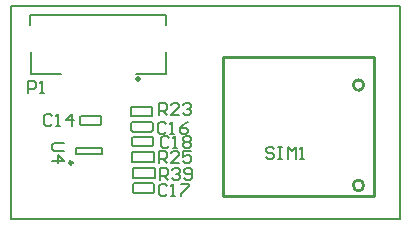
<source format=gto>
%FSLAX25Y25*%
%MOIN*%
G70*
G01*
G75*
%ADD10R,0.07087X0.07874*%
%ADD11R,0.03150X0.05906*%
%ADD12R,0.01575X0.03347*%
%ADD13R,0.04843X0.02559*%
%ADD14R,0.08268X0.02756*%
%ADD15R,0.02362X0.02362*%
%ADD16C,0.01000*%
%ADD17C,0.00500*%
%ADD18C,0.02000*%
%ADD19C,0.01969*%
%ADD20C,0.00800*%
D16*
X20683Y-52100D02*
G03*
X20683Y-52100I-583J0D01*
G01*
X70900Y-63100D02*
Y-17000D01*
X121000D01*
Y-63100D02*
Y-17000D01*
X70900Y-63100D02*
X121000D01*
X117753Y-26245D02*
G03*
X117753Y-26245I-1772J0D01*
G01*
Y-59710D02*
G03*
X117753Y-59710I-1772J0D01*
G01*
D17*
X6500Y-6341D02*
Y-2915D01*
X51895Y-6341D02*
Y-2915D01*
Y-22600D02*
Y-15141D01*
X6500Y-2915D02*
X51895D01*
X41659Y-22600D02*
X51895D01*
X6900Y-22659D02*
X16735D01*
X6900D02*
Y-15200D01*
X29818Y-39675D02*
Y-39675D01*
X23125Y-39281D02*
Y-36919D01*
X23519Y-39675D02*
X29818D01*
X30212Y-39281D02*
Y-36919D01*
X23519Y-36525D02*
X29818D01*
X23125Y-36919D02*
Y-36919D01*
X23519Y-36525D01*
X23125Y-39281D02*
X23125D01*
X23519Y-39675D01*
X30212Y-36919D02*
X30212D01*
X29818Y-36525D02*
X30212Y-36919D01*
Y-39281D02*
X30212D01*
X29818Y-39675D02*
X30212Y-39281D01*
X40682Y-38625D02*
Y-38625D01*
X47375Y-41381D02*
Y-39019D01*
X40682Y-38625D02*
X46981D01*
X40288Y-41381D02*
Y-39019D01*
X40682Y-41775D02*
X46981D01*
X47375Y-41381D02*
Y-41381D01*
X46981Y-41775D02*
X47375Y-41381D01*
X47375Y-39019D02*
X47375D01*
X46981Y-38625D02*
X47375Y-39019D01*
X40288Y-41381D02*
X40288D01*
X40682Y-41775D01*
X40288Y-39019D02*
X40288D01*
X40682Y-38625D01*
X41282Y-59025D02*
Y-59025D01*
X47975Y-61781D02*
Y-59419D01*
X41282Y-59025D02*
X47581D01*
X40888Y-61781D02*
Y-59419D01*
X41282Y-62175D02*
X47581D01*
X47975Y-61781D02*
Y-61781D01*
X47581Y-62175D02*
X47975Y-61781D01*
X47975Y-59419D02*
X47975D01*
X47581Y-59025D02*
X47975Y-59419D01*
X40888Y-61781D02*
X40888D01*
X41282Y-62175D01*
X40888Y-59419D02*
X40888D01*
X41282Y-59025D01*
X40782Y-43425D02*
Y-43425D01*
X47475Y-46181D02*
Y-43819D01*
X40782Y-43425D02*
X47081D01*
X40388Y-46181D02*
Y-43819D01*
X40782Y-46575D02*
X47081D01*
X47475Y-46181D02*
Y-46181D01*
X47081Y-46575D02*
X47475Y-46181D01*
X47475Y-43819D02*
X47475D01*
X47081Y-43425D02*
X47475Y-43819D01*
X40388Y-46181D02*
X40388D01*
X40782Y-46575D01*
X40388Y-43819D02*
X40388D01*
X40782Y-43425D01*
X47212Y-36675D02*
Y-33525D01*
X40125Y-36675D02*
Y-33525D01*
X47212D01*
X40125Y-36675D02*
X47212D01*
X47712Y-51775D02*
Y-48625D01*
X40625Y-51775D02*
Y-48625D01*
X47712D01*
X40625Y-51775D02*
X47712D01*
X48012Y-57175D02*
Y-54025D01*
X40925Y-57175D02*
Y-54025D01*
X48012D01*
X40925Y-57175D02*
X48012D01*
X13766Y-36568D02*
X13099Y-35901D01*
X11767D01*
X11100Y-36568D01*
Y-39234D01*
X11767Y-39900D01*
X13099D01*
X13766Y-39234D01*
X15099Y-39900D02*
X16432D01*
X15765D01*
Y-35901D01*
X15099Y-36568D01*
X20430Y-39900D02*
Y-35901D01*
X18431Y-37901D01*
X21097D01*
X51666Y-39168D02*
X50999Y-38501D01*
X49666D01*
X49000Y-39168D01*
Y-41834D01*
X49666Y-42500D01*
X50999D01*
X51666Y-41834D01*
X52999Y-42500D02*
X54332D01*
X53665D01*
Y-38501D01*
X52999Y-39168D01*
X58997Y-38501D02*
X57664Y-39168D01*
X56331Y-40501D01*
Y-41834D01*
X56997Y-42500D01*
X58330D01*
X58997Y-41834D01*
Y-41167D01*
X58330Y-40501D01*
X56331D01*
X52166Y-60068D02*
X51499Y-59401D01*
X50166D01*
X49500Y-60068D01*
Y-62734D01*
X50166Y-63400D01*
X51499D01*
X52166Y-62734D01*
X53499Y-63400D02*
X54832D01*
X54165D01*
Y-59401D01*
X53499Y-60068D01*
X56831Y-59401D02*
X59497D01*
Y-60068D01*
X56831Y-62734D01*
Y-63400D01*
X52666Y-43768D02*
X51999Y-43101D01*
X50666D01*
X50000Y-43768D01*
Y-46434D01*
X50666Y-47100D01*
X51999D01*
X52666Y-46434D01*
X53999Y-47100D02*
X55332D01*
X54665D01*
Y-43101D01*
X53999Y-43768D01*
X57331D02*
X57997Y-43101D01*
X59330D01*
X59997Y-43768D01*
Y-44434D01*
X59330Y-45101D01*
X59997Y-45767D01*
Y-46434D01*
X59330Y-47100D01*
X57997D01*
X57331Y-46434D01*
Y-45767D01*
X57997Y-45101D01*
X57331Y-44434D01*
Y-43768D01*
X57997Y-45101D02*
X59330D01*
X5800Y-28800D02*
Y-24801D01*
X7799D01*
X8466Y-25468D01*
Y-26801D01*
X7799Y-27467D01*
X5800D01*
X9799Y-28800D02*
X11132D01*
X10465D01*
Y-24801D01*
X9799Y-25468D01*
X49500Y-36300D02*
Y-32301D01*
X51499D01*
X52166Y-32968D01*
Y-34301D01*
X51499Y-34967D01*
X49500D01*
X50833D02*
X52166Y-36300D01*
X56164D02*
X53499D01*
X56164Y-33634D01*
Y-32968D01*
X55498Y-32301D01*
X54165D01*
X53499Y-32968D01*
X57497D02*
X58164Y-32301D01*
X59497D01*
X60163Y-32968D01*
Y-33634D01*
X59497Y-34301D01*
X58830D01*
X59497D01*
X60163Y-34967D01*
Y-35634D01*
X59497Y-36300D01*
X58164D01*
X57497Y-35634D01*
X49400Y-52200D02*
Y-48201D01*
X51399D01*
X52066Y-48868D01*
Y-50201D01*
X51399Y-50867D01*
X49400D01*
X50733D02*
X52066Y-52200D01*
X56064D02*
X53399D01*
X56064Y-49534D01*
Y-48868D01*
X55398Y-48201D01*
X54065D01*
X53399Y-48868D01*
X60063Y-48201D02*
X57397D01*
Y-50201D01*
X58730Y-49534D01*
X59397D01*
X60063Y-50201D01*
Y-51534D01*
X59397Y-52200D01*
X58064D01*
X57397Y-51534D01*
X49900Y-57800D02*
Y-53801D01*
X51899D01*
X52566Y-54468D01*
Y-55801D01*
X51899Y-56467D01*
X49900D01*
X51233D02*
X52566Y-57800D01*
X53899Y-54468D02*
X54565Y-53801D01*
X55898D01*
X56564Y-54468D01*
Y-55134D01*
X55898Y-55801D01*
X55232D01*
X55898D01*
X56564Y-56467D01*
Y-57134D01*
X55898Y-57800D01*
X54565D01*
X53899Y-57134D01*
X57897D02*
X58564Y-57800D01*
X59897D01*
X60563Y-57134D01*
Y-54468D01*
X59897Y-53801D01*
X58564D01*
X57897Y-54468D01*
Y-55134D01*
X58564Y-55801D01*
X60563D01*
X87666Y-47568D02*
X86999Y-46901D01*
X85666D01*
X85000Y-47568D01*
Y-48234D01*
X85666Y-48901D01*
X86999D01*
X87666Y-49567D01*
Y-50234D01*
X86999Y-50900D01*
X85666D01*
X85000Y-50234D01*
X88999Y-46901D02*
X90332D01*
X89665D01*
Y-50900D01*
X88999D01*
X90332D01*
X92331D02*
Y-46901D01*
X93664Y-48234D01*
X94997Y-46901D01*
Y-50900D01*
X96330D02*
X97663D01*
X96996D01*
Y-46901D01*
X96330Y-47568D01*
X17699Y-45600D02*
X14367D01*
X13700Y-46266D01*
Y-47599D01*
X14367Y-48266D01*
X17699D01*
X13700Y-51598D02*
X17699D01*
X15699Y-49599D01*
Y-52264D01*
X0Y0D02*
X129921D01*
Y-70866D02*
Y0D01*
X0Y-70866D02*
X129921D01*
X0D02*
Y0D01*
D19*
X42545Y-24300D02*
D03*
D20*
X21669Y-49400D02*
X30331D01*
Y-47400D01*
X21669D02*
X30331D01*
X21669Y-49400D02*
Y-47400D01*
M02*

</source>
